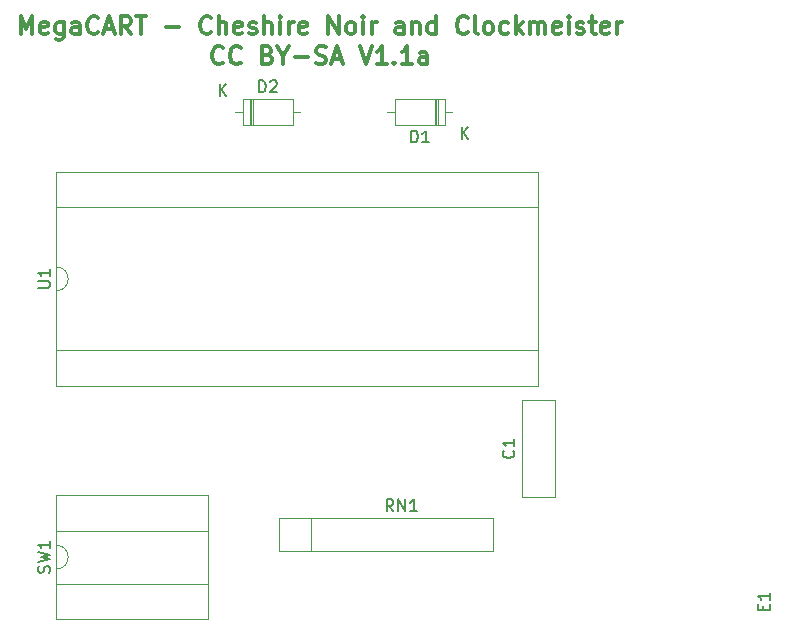
<source format=gto>
G04 #@! TF.GenerationSoftware,KiCad,Pcbnew,(5.1.5)-3*
G04 #@! TF.CreationDate,2020-09-14T20:13:50+08:00*
G04 #@! TF.ProjectId,WizzardCartRPack,57697a7a-6172-4644-9361-727452506163,rev?*
G04 #@! TF.SameCoordinates,Original*
G04 #@! TF.FileFunction,Legend,Top*
G04 #@! TF.FilePolarity,Positive*
%FSLAX46Y46*%
G04 Gerber Fmt 4.6, Leading zero omitted, Abs format (unit mm)*
G04 Created by KiCad (PCBNEW (5.1.5)-3) date 2020-09-14 20:13:50*
%MOMM*%
%LPD*%
G04 APERTURE LIST*
%ADD10C,0.300000*%
%ADD11C,0.120000*%
%ADD12C,0.150000*%
G04 APERTURE END LIST*
D10*
X98392857Y-73903571D02*
X98392857Y-72403571D01*
X98892857Y-73475000D01*
X99392857Y-72403571D01*
X99392857Y-73903571D01*
X100678571Y-73832142D02*
X100535714Y-73903571D01*
X100250000Y-73903571D01*
X100107142Y-73832142D01*
X100035714Y-73689285D01*
X100035714Y-73117857D01*
X100107142Y-72975000D01*
X100250000Y-72903571D01*
X100535714Y-72903571D01*
X100678571Y-72975000D01*
X100750000Y-73117857D01*
X100750000Y-73260714D01*
X100035714Y-73403571D01*
X102035714Y-72903571D02*
X102035714Y-74117857D01*
X101964285Y-74260714D01*
X101892857Y-74332142D01*
X101750000Y-74403571D01*
X101535714Y-74403571D01*
X101392857Y-74332142D01*
X102035714Y-73832142D02*
X101892857Y-73903571D01*
X101607142Y-73903571D01*
X101464285Y-73832142D01*
X101392857Y-73760714D01*
X101321428Y-73617857D01*
X101321428Y-73189285D01*
X101392857Y-73046428D01*
X101464285Y-72975000D01*
X101607142Y-72903571D01*
X101892857Y-72903571D01*
X102035714Y-72975000D01*
X103392857Y-73903571D02*
X103392857Y-73117857D01*
X103321428Y-72975000D01*
X103178571Y-72903571D01*
X102892857Y-72903571D01*
X102750000Y-72975000D01*
X103392857Y-73832142D02*
X103250000Y-73903571D01*
X102892857Y-73903571D01*
X102750000Y-73832142D01*
X102678571Y-73689285D01*
X102678571Y-73546428D01*
X102750000Y-73403571D01*
X102892857Y-73332142D01*
X103250000Y-73332142D01*
X103392857Y-73260714D01*
X104964285Y-73760714D02*
X104892857Y-73832142D01*
X104678571Y-73903571D01*
X104535714Y-73903571D01*
X104321428Y-73832142D01*
X104178571Y-73689285D01*
X104107142Y-73546428D01*
X104035714Y-73260714D01*
X104035714Y-73046428D01*
X104107142Y-72760714D01*
X104178571Y-72617857D01*
X104321428Y-72475000D01*
X104535714Y-72403571D01*
X104678571Y-72403571D01*
X104892857Y-72475000D01*
X104964285Y-72546428D01*
X105535714Y-73475000D02*
X106250000Y-73475000D01*
X105392857Y-73903571D02*
X105892857Y-72403571D01*
X106392857Y-73903571D01*
X107750000Y-73903571D02*
X107250000Y-73189285D01*
X106892857Y-73903571D02*
X106892857Y-72403571D01*
X107464285Y-72403571D01*
X107607142Y-72475000D01*
X107678571Y-72546428D01*
X107750000Y-72689285D01*
X107750000Y-72903571D01*
X107678571Y-73046428D01*
X107607142Y-73117857D01*
X107464285Y-73189285D01*
X106892857Y-73189285D01*
X108178571Y-72403571D02*
X109035714Y-72403571D01*
X108607142Y-73903571D02*
X108607142Y-72403571D01*
X110678571Y-73332142D02*
X111821428Y-73332142D01*
X114535714Y-73760714D02*
X114464285Y-73832142D01*
X114250000Y-73903571D01*
X114107142Y-73903571D01*
X113892857Y-73832142D01*
X113750000Y-73689285D01*
X113678571Y-73546428D01*
X113607142Y-73260714D01*
X113607142Y-73046428D01*
X113678571Y-72760714D01*
X113750000Y-72617857D01*
X113892857Y-72475000D01*
X114107142Y-72403571D01*
X114250000Y-72403571D01*
X114464285Y-72475000D01*
X114535714Y-72546428D01*
X115178571Y-73903571D02*
X115178571Y-72403571D01*
X115821428Y-73903571D02*
X115821428Y-73117857D01*
X115750000Y-72975000D01*
X115607142Y-72903571D01*
X115392857Y-72903571D01*
X115250000Y-72975000D01*
X115178571Y-73046428D01*
X117107142Y-73832142D02*
X116964285Y-73903571D01*
X116678571Y-73903571D01*
X116535714Y-73832142D01*
X116464285Y-73689285D01*
X116464285Y-73117857D01*
X116535714Y-72975000D01*
X116678571Y-72903571D01*
X116964285Y-72903571D01*
X117107142Y-72975000D01*
X117178571Y-73117857D01*
X117178571Y-73260714D01*
X116464285Y-73403571D01*
X117750000Y-73832142D02*
X117892857Y-73903571D01*
X118178571Y-73903571D01*
X118321428Y-73832142D01*
X118392857Y-73689285D01*
X118392857Y-73617857D01*
X118321428Y-73475000D01*
X118178571Y-73403571D01*
X117964285Y-73403571D01*
X117821428Y-73332142D01*
X117750000Y-73189285D01*
X117750000Y-73117857D01*
X117821428Y-72975000D01*
X117964285Y-72903571D01*
X118178571Y-72903571D01*
X118321428Y-72975000D01*
X119035714Y-73903571D02*
X119035714Y-72403571D01*
X119678571Y-73903571D02*
X119678571Y-73117857D01*
X119607142Y-72975000D01*
X119464285Y-72903571D01*
X119250000Y-72903571D01*
X119107142Y-72975000D01*
X119035714Y-73046428D01*
X120392857Y-73903571D02*
X120392857Y-72903571D01*
X120392857Y-72403571D02*
X120321428Y-72475000D01*
X120392857Y-72546428D01*
X120464285Y-72475000D01*
X120392857Y-72403571D01*
X120392857Y-72546428D01*
X121107142Y-73903571D02*
X121107142Y-72903571D01*
X121107142Y-73189285D02*
X121178571Y-73046428D01*
X121250000Y-72975000D01*
X121392857Y-72903571D01*
X121535714Y-72903571D01*
X122607142Y-73832142D02*
X122464285Y-73903571D01*
X122178571Y-73903571D01*
X122035714Y-73832142D01*
X121964285Y-73689285D01*
X121964285Y-73117857D01*
X122035714Y-72975000D01*
X122178571Y-72903571D01*
X122464285Y-72903571D01*
X122607142Y-72975000D01*
X122678571Y-73117857D01*
X122678571Y-73260714D01*
X121964285Y-73403571D01*
X124464285Y-73903571D02*
X124464285Y-72403571D01*
X125321428Y-73903571D01*
X125321428Y-72403571D01*
X126250000Y-73903571D02*
X126107142Y-73832142D01*
X126035714Y-73760714D01*
X125964285Y-73617857D01*
X125964285Y-73189285D01*
X126035714Y-73046428D01*
X126107142Y-72975000D01*
X126250000Y-72903571D01*
X126464285Y-72903571D01*
X126607142Y-72975000D01*
X126678571Y-73046428D01*
X126750000Y-73189285D01*
X126750000Y-73617857D01*
X126678571Y-73760714D01*
X126607142Y-73832142D01*
X126464285Y-73903571D01*
X126250000Y-73903571D01*
X127392857Y-73903571D02*
X127392857Y-72903571D01*
X127392857Y-72403571D02*
X127321428Y-72475000D01*
X127392857Y-72546428D01*
X127464285Y-72475000D01*
X127392857Y-72403571D01*
X127392857Y-72546428D01*
X128107142Y-73903571D02*
X128107142Y-72903571D01*
X128107142Y-73189285D02*
X128178571Y-73046428D01*
X128250000Y-72975000D01*
X128392857Y-72903571D01*
X128535714Y-72903571D01*
X130821428Y-73903571D02*
X130821428Y-73117857D01*
X130750000Y-72975000D01*
X130607142Y-72903571D01*
X130321428Y-72903571D01*
X130178571Y-72975000D01*
X130821428Y-73832142D02*
X130678571Y-73903571D01*
X130321428Y-73903571D01*
X130178571Y-73832142D01*
X130107142Y-73689285D01*
X130107142Y-73546428D01*
X130178571Y-73403571D01*
X130321428Y-73332142D01*
X130678571Y-73332142D01*
X130821428Y-73260714D01*
X131535714Y-72903571D02*
X131535714Y-73903571D01*
X131535714Y-73046428D02*
X131607142Y-72975000D01*
X131750000Y-72903571D01*
X131964285Y-72903571D01*
X132107142Y-72975000D01*
X132178571Y-73117857D01*
X132178571Y-73903571D01*
X133535714Y-73903571D02*
X133535714Y-72403571D01*
X133535714Y-73832142D02*
X133392857Y-73903571D01*
X133107142Y-73903571D01*
X132964285Y-73832142D01*
X132892857Y-73760714D01*
X132821428Y-73617857D01*
X132821428Y-73189285D01*
X132892857Y-73046428D01*
X132964285Y-72975000D01*
X133107142Y-72903571D01*
X133392857Y-72903571D01*
X133535714Y-72975000D01*
X136250000Y-73760714D02*
X136178571Y-73832142D01*
X135964285Y-73903571D01*
X135821428Y-73903571D01*
X135607142Y-73832142D01*
X135464285Y-73689285D01*
X135392857Y-73546428D01*
X135321428Y-73260714D01*
X135321428Y-73046428D01*
X135392857Y-72760714D01*
X135464285Y-72617857D01*
X135607142Y-72475000D01*
X135821428Y-72403571D01*
X135964285Y-72403571D01*
X136178571Y-72475000D01*
X136250000Y-72546428D01*
X137107142Y-73903571D02*
X136964285Y-73832142D01*
X136892857Y-73689285D01*
X136892857Y-72403571D01*
X137892857Y-73903571D02*
X137750000Y-73832142D01*
X137678571Y-73760714D01*
X137607142Y-73617857D01*
X137607142Y-73189285D01*
X137678571Y-73046428D01*
X137750000Y-72975000D01*
X137892857Y-72903571D01*
X138107142Y-72903571D01*
X138250000Y-72975000D01*
X138321428Y-73046428D01*
X138392857Y-73189285D01*
X138392857Y-73617857D01*
X138321428Y-73760714D01*
X138250000Y-73832142D01*
X138107142Y-73903571D01*
X137892857Y-73903571D01*
X139678571Y-73832142D02*
X139535714Y-73903571D01*
X139250000Y-73903571D01*
X139107142Y-73832142D01*
X139035714Y-73760714D01*
X138964285Y-73617857D01*
X138964285Y-73189285D01*
X139035714Y-73046428D01*
X139107142Y-72975000D01*
X139250000Y-72903571D01*
X139535714Y-72903571D01*
X139678571Y-72975000D01*
X140321428Y-73903571D02*
X140321428Y-72403571D01*
X140464285Y-73332142D02*
X140892857Y-73903571D01*
X140892857Y-72903571D02*
X140321428Y-73475000D01*
X141535714Y-73903571D02*
X141535714Y-72903571D01*
X141535714Y-73046428D02*
X141607142Y-72975000D01*
X141750000Y-72903571D01*
X141964285Y-72903571D01*
X142107142Y-72975000D01*
X142178571Y-73117857D01*
X142178571Y-73903571D01*
X142178571Y-73117857D02*
X142250000Y-72975000D01*
X142392857Y-72903571D01*
X142607142Y-72903571D01*
X142750000Y-72975000D01*
X142821428Y-73117857D01*
X142821428Y-73903571D01*
X144107142Y-73832142D02*
X143964285Y-73903571D01*
X143678571Y-73903571D01*
X143535714Y-73832142D01*
X143464285Y-73689285D01*
X143464285Y-73117857D01*
X143535714Y-72975000D01*
X143678571Y-72903571D01*
X143964285Y-72903571D01*
X144107142Y-72975000D01*
X144178571Y-73117857D01*
X144178571Y-73260714D01*
X143464285Y-73403571D01*
X144821428Y-73903571D02*
X144821428Y-72903571D01*
X144821428Y-72403571D02*
X144750000Y-72475000D01*
X144821428Y-72546428D01*
X144892857Y-72475000D01*
X144821428Y-72403571D01*
X144821428Y-72546428D01*
X145464285Y-73832142D02*
X145607142Y-73903571D01*
X145892857Y-73903571D01*
X146035714Y-73832142D01*
X146107142Y-73689285D01*
X146107142Y-73617857D01*
X146035714Y-73475000D01*
X145892857Y-73403571D01*
X145678571Y-73403571D01*
X145535714Y-73332142D01*
X145464285Y-73189285D01*
X145464285Y-73117857D01*
X145535714Y-72975000D01*
X145678571Y-72903571D01*
X145892857Y-72903571D01*
X146035714Y-72975000D01*
X146535714Y-72903571D02*
X147107142Y-72903571D01*
X146750000Y-72403571D02*
X146750000Y-73689285D01*
X146821428Y-73832142D01*
X146964285Y-73903571D01*
X147107142Y-73903571D01*
X148178571Y-73832142D02*
X148035714Y-73903571D01*
X147750000Y-73903571D01*
X147607142Y-73832142D01*
X147535714Y-73689285D01*
X147535714Y-73117857D01*
X147607142Y-72975000D01*
X147750000Y-72903571D01*
X148035714Y-72903571D01*
X148178571Y-72975000D01*
X148250000Y-73117857D01*
X148250000Y-73260714D01*
X147535714Y-73403571D01*
X148892857Y-73903571D02*
X148892857Y-72903571D01*
X148892857Y-73189285D02*
X148964285Y-73046428D01*
X149035714Y-72975000D01*
X149178571Y-72903571D01*
X149321428Y-72903571D01*
X115535714Y-76310714D02*
X115464285Y-76382142D01*
X115250000Y-76453571D01*
X115107142Y-76453571D01*
X114892857Y-76382142D01*
X114750000Y-76239285D01*
X114678571Y-76096428D01*
X114607142Y-75810714D01*
X114607142Y-75596428D01*
X114678571Y-75310714D01*
X114750000Y-75167857D01*
X114892857Y-75025000D01*
X115107142Y-74953571D01*
X115250000Y-74953571D01*
X115464285Y-75025000D01*
X115535714Y-75096428D01*
X117035714Y-76310714D02*
X116964285Y-76382142D01*
X116750000Y-76453571D01*
X116607142Y-76453571D01*
X116392857Y-76382142D01*
X116250000Y-76239285D01*
X116178571Y-76096428D01*
X116107142Y-75810714D01*
X116107142Y-75596428D01*
X116178571Y-75310714D01*
X116250000Y-75167857D01*
X116392857Y-75025000D01*
X116607142Y-74953571D01*
X116750000Y-74953571D01*
X116964285Y-75025000D01*
X117035714Y-75096428D01*
X119321428Y-75667857D02*
X119535714Y-75739285D01*
X119607142Y-75810714D01*
X119678571Y-75953571D01*
X119678571Y-76167857D01*
X119607142Y-76310714D01*
X119535714Y-76382142D01*
X119392857Y-76453571D01*
X118821428Y-76453571D01*
X118821428Y-74953571D01*
X119321428Y-74953571D01*
X119464285Y-75025000D01*
X119535714Y-75096428D01*
X119607142Y-75239285D01*
X119607142Y-75382142D01*
X119535714Y-75525000D01*
X119464285Y-75596428D01*
X119321428Y-75667857D01*
X118821428Y-75667857D01*
X120607142Y-75739285D02*
X120607142Y-76453571D01*
X120107142Y-74953571D02*
X120607142Y-75739285D01*
X121107142Y-74953571D01*
X121607142Y-75882142D02*
X122750000Y-75882142D01*
X123392857Y-76382142D02*
X123607142Y-76453571D01*
X123964285Y-76453571D01*
X124107142Y-76382142D01*
X124178571Y-76310714D01*
X124250000Y-76167857D01*
X124250000Y-76025000D01*
X124178571Y-75882142D01*
X124107142Y-75810714D01*
X123964285Y-75739285D01*
X123678571Y-75667857D01*
X123535714Y-75596428D01*
X123464285Y-75525000D01*
X123392857Y-75382142D01*
X123392857Y-75239285D01*
X123464285Y-75096428D01*
X123535714Y-75025000D01*
X123678571Y-74953571D01*
X124035714Y-74953571D01*
X124250000Y-75025000D01*
X124821428Y-76025000D02*
X125535714Y-76025000D01*
X124678571Y-76453571D02*
X125178571Y-74953571D01*
X125678571Y-76453571D01*
X127107142Y-74953571D02*
X127607142Y-76453571D01*
X128107142Y-74953571D01*
X129392857Y-76453571D02*
X128535714Y-76453571D01*
X128964285Y-76453571D02*
X128964285Y-74953571D01*
X128821428Y-75167857D01*
X128678571Y-75310714D01*
X128535714Y-75382142D01*
X130035714Y-76310714D02*
X130107142Y-76382142D01*
X130035714Y-76453571D01*
X129964285Y-76382142D01*
X130035714Y-76310714D01*
X130035714Y-76453571D01*
X131535714Y-76453571D02*
X130678571Y-76453571D01*
X131107142Y-76453571D02*
X131107142Y-74953571D01*
X130964285Y-75167857D01*
X130821428Y-75310714D01*
X130678571Y-75382142D01*
X132821428Y-76453571D02*
X132821428Y-75667857D01*
X132750000Y-75525000D01*
X132607142Y-75453571D01*
X132321428Y-75453571D01*
X132178571Y-75525000D01*
X132821428Y-76382142D02*
X132678571Y-76453571D01*
X132321428Y-76453571D01*
X132178571Y-76382142D01*
X132107142Y-76239285D01*
X132107142Y-76096428D01*
X132178571Y-75953571D01*
X132321428Y-75882142D01*
X132678571Y-75882142D01*
X132821428Y-75810714D01*
D11*
X123020000Y-114850000D02*
X123020000Y-117650000D01*
X138430000Y-114850000D02*
X120310000Y-114850000D01*
X138430000Y-117650000D02*
X138430000Y-114850000D01*
X120310000Y-117650000D02*
X138430000Y-117650000D01*
X120310000Y-114850000D02*
X120310000Y-117650000D01*
X101420000Y-93630000D02*
G75*
G02X101420000Y-95630000I0J-1000000D01*
G01*
X101420000Y-95630000D02*
X101420000Y-100690000D01*
X101420000Y-100690000D02*
X142180000Y-100690000D01*
X142180000Y-100690000D02*
X142180000Y-88570000D01*
X142180000Y-88570000D02*
X101420000Y-88570000D01*
X101420000Y-88570000D02*
X101420000Y-93630000D01*
X101360000Y-103690000D02*
X142240000Y-103690000D01*
X142240000Y-103690000D02*
X142240000Y-85570000D01*
X142240000Y-85570000D02*
X101360000Y-85570000D01*
X101360000Y-85570000D02*
X101360000Y-103690000D01*
X133710000Y-81620000D02*
X133710000Y-79380000D01*
X133470000Y-81620000D02*
X133470000Y-79380000D01*
X133590000Y-81620000D02*
X133590000Y-79380000D01*
X129420000Y-80500000D02*
X130070000Y-80500000D01*
X134960000Y-80500000D02*
X134310000Y-80500000D01*
X130070000Y-81620000D02*
X134310000Y-81620000D01*
X130070000Y-79380000D02*
X130070000Y-81620000D01*
X134310000Y-79380000D02*
X130070000Y-79380000D01*
X134310000Y-81620000D02*
X134310000Y-79380000D01*
X101360000Y-112940000D02*
X101360000Y-123440000D01*
X114300000Y-112940000D02*
X101360000Y-112940000D01*
X114300000Y-123440000D02*
X114300000Y-112940000D01*
X101360000Y-123440000D02*
X114300000Y-123440000D01*
X101420000Y-115940000D02*
X101420000Y-117190000D01*
X114240000Y-115940000D02*
X101420000Y-115940000D01*
X114240000Y-120440000D02*
X114240000Y-115940000D01*
X101420000Y-120440000D02*
X114240000Y-120440000D01*
X101420000Y-119190000D02*
X101420000Y-120440000D01*
X101420000Y-117190000D02*
G75*
G02X101420000Y-119190000I0J-1000000D01*
G01*
X117790000Y-79380000D02*
X117790000Y-81620000D01*
X118030000Y-79380000D02*
X118030000Y-81620000D01*
X117910000Y-79380000D02*
X117910000Y-81620000D01*
X122080000Y-80500000D02*
X121430000Y-80500000D01*
X116540000Y-80500000D02*
X117190000Y-80500000D01*
X121430000Y-79380000D02*
X117190000Y-79380000D01*
X121430000Y-81620000D02*
X121430000Y-79380000D01*
X117190000Y-81620000D02*
X121430000Y-81620000D01*
X117190000Y-79380000D02*
X117190000Y-81620000D01*
X140880000Y-104880000D02*
X143620000Y-104880000D01*
X140880000Y-113120000D02*
X143620000Y-113120000D01*
X143620000Y-113120000D02*
X143620000Y-104880000D01*
X140880000Y-113120000D02*
X140880000Y-104880000D01*
D12*
X161278571Y-122640476D02*
X161278571Y-122307142D01*
X161802380Y-122164285D02*
X161802380Y-122640476D01*
X160802380Y-122640476D01*
X160802380Y-122164285D01*
X161802380Y-121211904D02*
X161802380Y-121783333D01*
X161802380Y-121497619D02*
X160802380Y-121497619D01*
X160945238Y-121592857D01*
X161040476Y-121688095D01*
X161088095Y-121783333D01*
X129949523Y-114302380D02*
X129616190Y-113826190D01*
X129378095Y-114302380D02*
X129378095Y-113302380D01*
X129759047Y-113302380D01*
X129854285Y-113350000D01*
X129901904Y-113397619D01*
X129949523Y-113492857D01*
X129949523Y-113635714D01*
X129901904Y-113730952D01*
X129854285Y-113778571D01*
X129759047Y-113826190D01*
X129378095Y-113826190D01*
X130378095Y-114302380D02*
X130378095Y-113302380D01*
X130949523Y-114302380D01*
X130949523Y-113302380D01*
X131949523Y-114302380D02*
X131378095Y-114302380D01*
X131663809Y-114302380D02*
X131663809Y-113302380D01*
X131568571Y-113445238D01*
X131473333Y-113540476D01*
X131378095Y-113588095D01*
X99872380Y-95391904D02*
X100681904Y-95391904D01*
X100777142Y-95344285D01*
X100824761Y-95296666D01*
X100872380Y-95201428D01*
X100872380Y-95010952D01*
X100824761Y-94915714D01*
X100777142Y-94868095D01*
X100681904Y-94820476D01*
X99872380Y-94820476D01*
X100872380Y-93820476D02*
X100872380Y-94391904D01*
X100872380Y-94106190D02*
X99872380Y-94106190D01*
X100015238Y-94201428D01*
X100110476Y-94296666D01*
X100158095Y-94391904D01*
X131451904Y-83072380D02*
X131451904Y-82072380D01*
X131690000Y-82072380D01*
X131832857Y-82120000D01*
X131928095Y-82215238D01*
X131975714Y-82310476D01*
X132023333Y-82500952D01*
X132023333Y-82643809D01*
X131975714Y-82834285D01*
X131928095Y-82929523D01*
X131832857Y-83024761D01*
X131690000Y-83072380D01*
X131451904Y-83072380D01*
X132975714Y-83072380D02*
X132404285Y-83072380D01*
X132690000Y-83072380D02*
X132690000Y-82072380D01*
X132594761Y-82215238D01*
X132499523Y-82310476D01*
X132404285Y-82358095D01*
X135738095Y-82752380D02*
X135738095Y-81752380D01*
X136309523Y-82752380D02*
X135880952Y-82180952D01*
X136309523Y-81752380D02*
X135738095Y-82323809D01*
X100824761Y-119523333D02*
X100872380Y-119380476D01*
X100872380Y-119142380D01*
X100824761Y-119047142D01*
X100777142Y-118999523D01*
X100681904Y-118951904D01*
X100586666Y-118951904D01*
X100491428Y-118999523D01*
X100443809Y-119047142D01*
X100396190Y-119142380D01*
X100348571Y-119332857D01*
X100300952Y-119428095D01*
X100253333Y-119475714D01*
X100158095Y-119523333D01*
X100062857Y-119523333D01*
X99967619Y-119475714D01*
X99920000Y-119428095D01*
X99872380Y-119332857D01*
X99872380Y-119094761D01*
X99920000Y-118951904D01*
X99872380Y-118618571D02*
X100872380Y-118380476D01*
X100158095Y-118190000D01*
X100872380Y-117999523D01*
X99872380Y-117761428D01*
X100872380Y-116856666D02*
X100872380Y-117428095D01*
X100872380Y-117142380D02*
X99872380Y-117142380D01*
X100015238Y-117237619D01*
X100110476Y-117332857D01*
X100158095Y-117428095D01*
X118571904Y-78832380D02*
X118571904Y-77832380D01*
X118810000Y-77832380D01*
X118952857Y-77880000D01*
X119048095Y-77975238D01*
X119095714Y-78070476D01*
X119143333Y-78260952D01*
X119143333Y-78403809D01*
X119095714Y-78594285D01*
X119048095Y-78689523D01*
X118952857Y-78784761D01*
X118810000Y-78832380D01*
X118571904Y-78832380D01*
X119524285Y-77927619D02*
X119571904Y-77880000D01*
X119667142Y-77832380D01*
X119905238Y-77832380D01*
X120000476Y-77880000D01*
X120048095Y-77927619D01*
X120095714Y-78022857D01*
X120095714Y-78118095D01*
X120048095Y-78260952D01*
X119476666Y-78832380D01*
X120095714Y-78832380D01*
X115238095Y-79152380D02*
X115238095Y-78152380D01*
X115809523Y-79152380D02*
X115380952Y-78580952D01*
X115809523Y-78152380D02*
X115238095Y-78723809D01*
X140107142Y-109166666D02*
X140154761Y-109214285D01*
X140202380Y-109357142D01*
X140202380Y-109452380D01*
X140154761Y-109595238D01*
X140059523Y-109690476D01*
X139964285Y-109738095D01*
X139773809Y-109785714D01*
X139630952Y-109785714D01*
X139440476Y-109738095D01*
X139345238Y-109690476D01*
X139250000Y-109595238D01*
X139202380Y-109452380D01*
X139202380Y-109357142D01*
X139250000Y-109214285D01*
X139297619Y-109166666D01*
X140202380Y-108214285D02*
X140202380Y-108785714D01*
X140202380Y-108500000D02*
X139202380Y-108500000D01*
X139345238Y-108595238D01*
X139440476Y-108690476D01*
X139488095Y-108785714D01*
M02*

</source>
